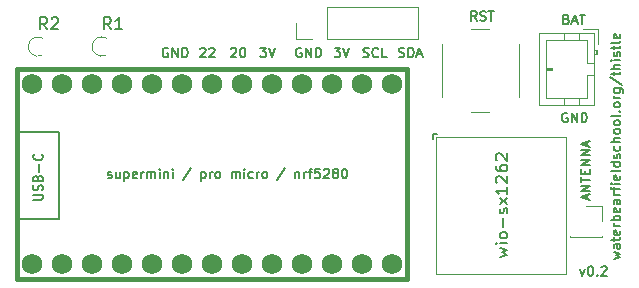
<source format=gbr>
%TF.GenerationSoftware,KiCad,Pcbnew,8.0.6-8.0.6-0~ubuntu24.04.1*%
%TF.CreationDate,2025-04-17T00:26:06-04:00*%
%TF.ProjectId,super-mini-mesh-kicad,73757065-722d-46d6-996e-692d6d657368,rev?*%
%TF.SameCoordinates,Original*%
%TF.FileFunction,Legend,Top*%
%TF.FilePolarity,Positive*%
%FSLAX46Y46*%
G04 Gerber Fmt 4.6, Leading zero omitted, Abs format (unit mm)*
G04 Created by KiCad (PCBNEW 8.0.6-8.0.6-0~ubuntu24.04.1) date 2025-04-17 00:26:06*
%MOMM*%
%LPD*%
G01*
G04 APERTURE LIST*
%ADD10C,0.150000*%
%ADD11C,0.120000*%
%ADD12C,0.381000*%
%ADD13C,0.200000*%
%ADD14C,0.127000*%
%ADD15C,1.752600*%
G04 APERTURE END LIST*
D10*
X106208207Y-33132390D02*
X106132017Y-33094295D01*
X106132017Y-33094295D02*
X106017731Y-33094295D01*
X106017731Y-33094295D02*
X105903445Y-33132390D01*
X105903445Y-33132390D02*
X105827255Y-33208580D01*
X105827255Y-33208580D02*
X105789160Y-33284771D01*
X105789160Y-33284771D02*
X105751064Y-33437152D01*
X105751064Y-33437152D02*
X105751064Y-33551438D01*
X105751064Y-33551438D02*
X105789160Y-33703819D01*
X105789160Y-33703819D02*
X105827255Y-33780009D01*
X105827255Y-33780009D02*
X105903445Y-33856200D01*
X105903445Y-33856200D02*
X106017731Y-33894295D01*
X106017731Y-33894295D02*
X106093922Y-33894295D01*
X106093922Y-33894295D02*
X106208207Y-33856200D01*
X106208207Y-33856200D02*
X106246303Y-33818104D01*
X106246303Y-33818104D02*
X106246303Y-33551438D01*
X106246303Y-33551438D02*
X106093922Y-33551438D01*
X106589160Y-33894295D02*
X106589160Y-33094295D01*
X106589160Y-33094295D02*
X107046303Y-33894295D01*
X107046303Y-33894295D02*
X107046303Y-33094295D01*
X107427255Y-33894295D02*
X107427255Y-33094295D01*
X107427255Y-33094295D02*
X107617731Y-33094295D01*
X107617731Y-33094295D02*
X107732017Y-33132390D01*
X107732017Y-33132390D02*
X107808207Y-33208580D01*
X107808207Y-33208580D02*
X107846302Y-33284771D01*
X107846302Y-33284771D02*
X107884398Y-33437152D01*
X107884398Y-33437152D02*
X107884398Y-33551438D01*
X107884398Y-33551438D02*
X107846302Y-33703819D01*
X107846302Y-33703819D02*
X107808207Y-33780009D01*
X107808207Y-33780009D02*
X107732017Y-33856200D01*
X107732017Y-33856200D02*
X107617731Y-33894295D01*
X107617731Y-33894295D02*
X107427255Y-33894295D01*
X88951064Y-28356200D02*
X89065350Y-28394295D01*
X89065350Y-28394295D02*
X89255826Y-28394295D01*
X89255826Y-28394295D02*
X89332017Y-28356200D01*
X89332017Y-28356200D02*
X89370112Y-28318104D01*
X89370112Y-28318104D02*
X89408207Y-28241914D01*
X89408207Y-28241914D02*
X89408207Y-28165723D01*
X89408207Y-28165723D02*
X89370112Y-28089533D01*
X89370112Y-28089533D02*
X89332017Y-28051438D01*
X89332017Y-28051438D02*
X89255826Y-28013342D01*
X89255826Y-28013342D02*
X89103445Y-27975247D01*
X89103445Y-27975247D02*
X89027255Y-27937152D01*
X89027255Y-27937152D02*
X88989160Y-27899057D01*
X88989160Y-27899057D02*
X88951064Y-27822866D01*
X88951064Y-27822866D02*
X88951064Y-27746676D01*
X88951064Y-27746676D02*
X88989160Y-27670485D01*
X88989160Y-27670485D02*
X89027255Y-27632390D01*
X89027255Y-27632390D02*
X89103445Y-27594295D01*
X89103445Y-27594295D02*
X89293922Y-27594295D01*
X89293922Y-27594295D02*
X89408207Y-27632390D01*
X90208208Y-28318104D02*
X90170112Y-28356200D01*
X90170112Y-28356200D02*
X90055827Y-28394295D01*
X90055827Y-28394295D02*
X89979636Y-28394295D01*
X89979636Y-28394295D02*
X89865350Y-28356200D01*
X89865350Y-28356200D02*
X89789160Y-28280009D01*
X89789160Y-28280009D02*
X89751065Y-28203819D01*
X89751065Y-28203819D02*
X89712969Y-28051438D01*
X89712969Y-28051438D02*
X89712969Y-27937152D01*
X89712969Y-27937152D02*
X89751065Y-27784771D01*
X89751065Y-27784771D02*
X89789160Y-27708580D01*
X89789160Y-27708580D02*
X89865350Y-27632390D01*
X89865350Y-27632390D02*
X89979636Y-27594295D01*
X89979636Y-27594295D02*
X90055827Y-27594295D01*
X90055827Y-27594295D02*
X90170112Y-27632390D01*
X90170112Y-27632390D02*
X90208208Y-27670485D01*
X90932017Y-28394295D02*
X90551065Y-28394295D01*
X90551065Y-28394295D02*
X90551065Y-27594295D01*
X80212969Y-27594295D02*
X80708207Y-27594295D01*
X80708207Y-27594295D02*
X80441541Y-27899057D01*
X80441541Y-27899057D02*
X80555826Y-27899057D01*
X80555826Y-27899057D02*
X80632017Y-27937152D01*
X80632017Y-27937152D02*
X80670112Y-27975247D01*
X80670112Y-27975247D02*
X80708207Y-28051438D01*
X80708207Y-28051438D02*
X80708207Y-28241914D01*
X80708207Y-28241914D02*
X80670112Y-28318104D01*
X80670112Y-28318104D02*
X80632017Y-28356200D01*
X80632017Y-28356200D02*
X80555826Y-28394295D01*
X80555826Y-28394295D02*
X80327255Y-28394295D01*
X80327255Y-28394295D02*
X80251064Y-28356200D01*
X80251064Y-28356200D02*
X80212969Y-28318104D01*
X80936779Y-27594295D02*
X81203446Y-28394295D01*
X81203446Y-28394295D02*
X81470112Y-27594295D01*
X91951064Y-28356200D02*
X92065350Y-28394295D01*
X92065350Y-28394295D02*
X92255826Y-28394295D01*
X92255826Y-28394295D02*
X92332017Y-28356200D01*
X92332017Y-28356200D02*
X92370112Y-28318104D01*
X92370112Y-28318104D02*
X92408207Y-28241914D01*
X92408207Y-28241914D02*
X92408207Y-28165723D01*
X92408207Y-28165723D02*
X92370112Y-28089533D01*
X92370112Y-28089533D02*
X92332017Y-28051438D01*
X92332017Y-28051438D02*
X92255826Y-28013342D01*
X92255826Y-28013342D02*
X92103445Y-27975247D01*
X92103445Y-27975247D02*
X92027255Y-27937152D01*
X92027255Y-27937152D02*
X91989160Y-27899057D01*
X91989160Y-27899057D02*
X91951064Y-27822866D01*
X91951064Y-27822866D02*
X91951064Y-27746676D01*
X91951064Y-27746676D02*
X91989160Y-27670485D01*
X91989160Y-27670485D02*
X92027255Y-27632390D01*
X92027255Y-27632390D02*
X92103445Y-27594295D01*
X92103445Y-27594295D02*
X92293922Y-27594295D01*
X92293922Y-27594295D02*
X92408207Y-27632390D01*
X92751065Y-28394295D02*
X92751065Y-27594295D01*
X92751065Y-27594295D02*
X92941541Y-27594295D01*
X92941541Y-27594295D02*
X93055827Y-27632390D01*
X93055827Y-27632390D02*
X93132017Y-27708580D01*
X93132017Y-27708580D02*
X93170112Y-27784771D01*
X93170112Y-27784771D02*
X93208208Y-27937152D01*
X93208208Y-27937152D02*
X93208208Y-28051438D01*
X93208208Y-28051438D02*
X93170112Y-28203819D01*
X93170112Y-28203819D02*
X93132017Y-28280009D01*
X93132017Y-28280009D02*
X93055827Y-28356200D01*
X93055827Y-28356200D02*
X92941541Y-28394295D01*
X92941541Y-28394295D02*
X92751065Y-28394295D01*
X93512969Y-28165723D02*
X93893922Y-28165723D01*
X93436779Y-28394295D02*
X93703446Y-27594295D01*
X93703446Y-27594295D02*
X93970112Y-28394295D01*
X98546303Y-25294295D02*
X98279636Y-24913342D01*
X98089160Y-25294295D02*
X98089160Y-24494295D01*
X98089160Y-24494295D02*
X98393922Y-24494295D01*
X98393922Y-24494295D02*
X98470112Y-24532390D01*
X98470112Y-24532390D02*
X98508207Y-24570485D01*
X98508207Y-24570485D02*
X98546303Y-24646676D01*
X98546303Y-24646676D02*
X98546303Y-24760961D01*
X98546303Y-24760961D02*
X98508207Y-24837152D01*
X98508207Y-24837152D02*
X98470112Y-24875247D01*
X98470112Y-24875247D02*
X98393922Y-24913342D01*
X98393922Y-24913342D02*
X98089160Y-24913342D01*
X98851064Y-25256200D02*
X98965350Y-25294295D01*
X98965350Y-25294295D02*
X99155826Y-25294295D01*
X99155826Y-25294295D02*
X99232017Y-25256200D01*
X99232017Y-25256200D02*
X99270112Y-25218104D01*
X99270112Y-25218104D02*
X99308207Y-25141914D01*
X99308207Y-25141914D02*
X99308207Y-25065723D01*
X99308207Y-25065723D02*
X99270112Y-24989533D01*
X99270112Y-24989533D02*
X99232017Y-24951438D01*
X99232017Y-24951438D02*
X99155826Y-24913342D01*
X99155826Y-24913342D02*
X99003445Y-24875247D01*
X99003445Y-24875247D02*
X98927255Y-24837152D01*
X98927255Y-24837152D02*
X98889160Y-24799057D01*
X98889160Y-24799057D02*
X98851064Y-24722866D01*
X98851064Y-24722866D02*
X98851064Y-24646676D01*
X98851064Y-24646676D02*
X98889160Y-24570485D01*
X98889160Y-24570485D02*
X98927255Y-24532390D01*
X98927255Y-24532390D02*
X99003445Y-24494295D01*
X99003445Y-24494295D02*
X99193922Y-24494295D01*
X99193922Y-24494295D02*
X99308207Y-24532390D01*
X99536779Y-24494295D02*
X99993922Y-24494295D01*
X99765350Y-25294295D02*
X99765350Y-24494295D01*
X110160961Y-45487030D02*
X110694295Y-45334649D01*
X110694295Y-45334649D02*
X110313342Y-45182268D01*
X110313342Y-45182268D02*
X110694295Y-45029887D01*
X110694295Y-45029887D02*
X110160961Y-44877506D01*
X110694295Y-44229887D02*
X110275247Y-44229887D01*
X110275247Y-44229887D02*
X110199057Y-44267982D01*
X110199057Y-44267982D02*
X110160961Y-44344173D01*
X110160961Y-44344173D02*
X110160961Y-44496554D01*
X110160961Y-44496554D02*
X110199057Y-44572744D01*
X110656200Y-44229887D02*
X110694295Y-44306078D01*
X110694295Y-44306078D02*
X110694295Y-44496554D01*
X110694295Y-44496554D02*
X110656200Y-44572744D01*
X110656200Y-44572744D02*
X110580009Y-44610840D01*
X110580009Y-44610840D02*
X110503819Y-44610840D01*
X110503819Y-44610840D02*
X110427628Y-44572744D01*
X110427628Y-44572744D02*
X110389533Y-44496554D01*
X110389533Y-44496554D02*
X110389533Y-44306078D01*
X110389533Y-44306078D02*
X110351438Y-44229887D01*
X110160961Y-43963220D02*
X110160961Y-43658458D01*
X109894295Y-43848934D02*
X110580009Y-43848934D01*
X110580009Y-43848934D02*
X110656200Y-43810839D01*
X110656200Y-43810839D02*
X110694295Y-43734649D01*
X110694295Y-43734649D02*
X110694295Y-43658458D01*
X110656200Y-43087029D02*
X110694295Y-43163220D01*
X110694295Y-43163220D02*
X110694295Y-43315601D01*
X110694295Y-43315601D02*
X110656200Y-43391791D01*
X110656200Y-43391791D02*
X110580009Y-43429887D01*
X110580009Y-43429887D02*
X110275247Y-43429887D01*
X110275247Y-43429887D02*
X110199057Y-43391791D01*
X110199057Y-43391791D02*
X110160961Y-43315601D01*
X110160961Y-43315601D02*
X110160961Y-43163220D01*
X110160961Y-43163220D02*
X110199057Y-43087029D01*
X110199057Y-43087029D02*
X110275247Y-43048934D01*
X110275247Y-43048934D02*
X110351438Y-43048934D01*
X110351438Y-43048934D02*
X110427628Y-43429887D01*
X110694295Y-42706077D02*
X110160961Y-42706077D01*
X110313342Y-42706077D02*
X110237152Y-42667982D01*
X110237152Y-42667982D02*
X110199057Y-42629887D01*
X110199057Y-42629887D02*
X110160961Y-42553696D01*
X110160961Y-42553696D02*
X110160961Y-42477506D01*
X110694295Y-42210839D02*
X109894295Y-42210839D01*
X110199057Y-42210839D02*
X110160961Y-42134649D01*
X110160961Y-42134649D02*
X110160961Y-41982268D01*
X110160961Y-41982268D02*
X110199057Y-41906077D01*
X110199057Y-41906077D02*
X110237152Y-41867982D01*
X110237152Y-41867982D02*
X110313342Y-41829887D01*
X110313342Y-41829887D02*
X110541914Y-41829887D01*
X110541914Y-41829887D02*
X110618104Y-41867982D01*
X110618104Y-41867982D02*
X110656200Y-41906077D01*
X110656200Y-41906077D02*
X110694295Y-41982268D01*
X110694295Y-41982268D02*
X110694295Y-42134649D01*
X110694295Y-42134649D02*
X110656200Y-42210839D01*
X110656200Y-41182267D02*
X110694295Y-41258458D01*
X110694295Y-41258458D02*
X110694295Y-41410839D01*
X110694295Y-41410839D02*
X110656200Y-41487029D01*
X110656200Y-41487029D02*
X110580009Y-41525125D01*
X110580009Y-41525125D02*
X110275247Y-41525125D01*
X110275247Y-41525125D02*
X110199057Y-41487029D01*
X110199057Y-41487029D02*
X110160961Y-41410839D01*
X110160961Y-41410839D02*
X110160961Y-41258458D01*
X110160961Y-41258458D02*
X110199057Y-41182267D01*
X110199057Y-41182267D02*
X110275247Y-41144172D01*
X110275247Y-41144172D02*
X110351438Y-41144172D01*
X110351438Y-41144172D02*
X110427628Y-41525125D01*
X110694295Y-40458458D02*
X110275247Y-40458458D01*
X110275247Y-40458458D02*
X110199057Y-40496553D01*
X110199057Y-40496553D02*
X110160961Y-40572744D01*
X110160961Y-40572744D02*
X110160961Y-40725125D01*
X110160961Y-40725125D02*
X110199057Y-40801315D01*
X110656200Y-40458458D02*
X110694295Y-40534649D01*
X110694295Y-40534649D02*
X110694295Y-40725125D01*
X110694295Y-40725125D02*
X110656200Y-40801315D01*
X110656200Y-40801315D02*
X110580009Y-40839411D01*
X110580009Y-40839411D02*
X110503819Y-40839411D01*
X110503819Y-40839411D02*
X110427628Y-40801315D01*
X110427628Y-40801315D02*
X110389533Y-40725125D01*
X110389533Y-40725125D02*
X110389533Y-40534649D01*
X110389533Y-40534649D02*
X110351438Y-40458458D01*
X110694295Y-40077505D02*
X110160961Y-40077505D01*
X110313342Y-40077505D02*
X110237152Y-40039410D01*
X110237152Y-40039410D02*
X110199057Y-40001315D01*
X110199057Y-40001315D02*
X110160961Y-39925124D01*
X110160961Y-39925124D02*
X110160961Y-39848934D01*
X110160961Y-39696553D02*
X110160961Y-39391791D01*
X110694295Y-39582267D02*
X110008580Y-39582267D01*
X110008580Y-39582267D02*
X109932390Y-39544172D01*
X109932390Y-39544172D02*
X109894295Y-39467982D01*
X109894295Y-39467982D02*
X109894295Y-39391791D01*
X110694295Y-39125124D02*
X110160961Y-39125124D01*
X109894295Y-39125124D02*
X109932390Y-39163220D01*
X109932390Y-39163220D02*
X109970485Y-39125124D01*
X109970485Y-39125124D02*
X109932390Y-39087029D01*
X109932390Y-39087029D02*
X109894295Y-39125124D01*
X109894295Y-39125124D02*
X109970485Y-39125124D01*
X110656200Y-38439410D02*
X110694295Y-38515601D01*
X110694295Y-38515601D02*
X110694295Y-38667982D01*
X110694295Y-38667982D02*
X110656200Y-38744172D01*
X110656200Y-38744172D02*
X110580009Y-38782268D01*
X110580009Y-38782268D02*
X110275247Y-38782268D01*
X110275247Y-38782268D02*
X110199057Y-38744172D01*
X110199057Y-38744172D02*
X110160961Y-38667982D01*
X110160961Y-38667982D02*
X110160961Y-38515601D01*
X110160961Y-38515601D02*
X110199057Y-38439410D01*
X110199057Y-38439410D02*
X110275247Y-38401315D01*
X110275247Y-38401315D02*
X110351438Y-38401315D01*
X110351438Y-38401315D02*
X110427628Y-38782268D01*
X110694295Y-37944173D02*
X110656200Y-38020363D01*
X110656200Y-38020363D02*
X110580009Y-38058458D01*
X110580009Y-38058458D02*
X109894295Y-38058458D01*
X110694295Y-37296553D02*
X109894295Y-37296553D01*
X110656200Y-37296553D02*
X110694295Y-37372744D01*
X110694295Y-37372744D02*
X110694295Y-37525125D01*
X110694295Y-37525125D02*
X110656200Y-37601315D01*
X110656200Y-37601315D02*
X110618104Y-37639410D01*
X110618104Y-37639410D02*
X110541914Y-37677506D01*
X110541914Y-37677506D02*
X110313342Y-37677506D01*
X110313342Y-37677506D02*
X110237152Y-37639410D01*
X110237152Y-37639410D02*
X110199057Y-37601315D01*
X110199057Y-37601315D02*
X110160961Y-37525125D01*
X110160961Y-37525125D02*
X110160961Y-37372744D01*
X110160961Y-37372744D02*
X110199057Y-37296553D01*
X110656200Y-36953696D02*
X110694295Y-36877505D01*
X110694295Y-36877505D02*
X110694295Y-36725124D01*
X110694295Y-36725124D02*
X110656200Y-36648934D01*
X110656200Y-36648934D02*
X110580009Y-36610838D01*
X110580009Y-36610838D02*
X110541914Y-36610838D01*
X110541914Y-36610838D02*
X110465723Y-36648934D01*
X110465723Y-36648934D02*
X110427628Y-36725124D01*
X110427628Y-36725124D02*
X110427628Y-36839410D01*
X110427628Y-36839410D02*
X110389533Y-36915600D01*
X110389533Y-36915600D02*
X110313342Y-36953696D01*
X110313342Y-36953696D02*
X110275247Y-36953696D01*
X110275247Y-36953696D02*
X110199057Y-36915600D01*
X110199057Y-36915600D02*
X110160961Y-36839410D01*
X110160961Y-36839410D02*
X110160961Y-36725124D01*
X110160961Y-36725124D02*
X110199057Y-36648934D01*
X110656200Y-35925124D02*
X110694295Y-36001315D01*
X110694295Y-36001315D02*
X110694295Y-36153696D01*
X110694295Y-36153696D02*
X110656200Y-36229886D01*
X110656200Y-36229886D02*
X110618104Y-36267981D01*
X110618104Y-36267981D02*
X110541914Y-36306077D01*
X110541914Y-36306077D02*
X110313342Y-36306077D01*
X110313342Y-36306077D02*
X110237152Y-36267981D01*
X110237152Y-36267981D02*
X110199057Y-36229886D01*
X110199057Y-36229886D02*
X110160961Y-36153696D01*
X110160961Y-36153696D02*
X110160961Y-36001315D01*
X110160961Y-36001315D02*
X110199057Y-35925124D01*
X110694295Y-35582267D02*
X109894295Y-35582267D01*
X110694295Y-35239410D02*
X110275247Y-35239410D01*
X110275247Y-35239410D02*
X110199057Y-35277505D01*
X110199057Y-35277505D02*
X110160961Y-35353696D01*
X110160961Y-35353696D02*
X110160961Y-35467982D01*
X110160961Y-35467982D02*
X110199057Y-35544172D01*
X110199057Y-35544172D02*
X110237152Y-35582267D01*
X110694295Y-34744172D02*
X110656200Y-34820362D01*
X110656200Y-34820362D02*
X110618104Y-34858457D01*
X110618104Y-34858457D02*
X110541914Y-34896553D01*
X110541914Y-34896553D02*
X110313342Y-34896553D01*
X110313342Y-34896553D02*
X110237152Y-34858457D01*
X110237152Y-34858457D02*
X110199057Y-34820362D01*
X110199057Y-34820362D02*
X110160961Y-34744172D01*
X110160961Y-34744172D02*
X110160961Y-34629886D01*
X110160961Y-34629886D02*
X110199057Y-34553695D01*
X110199057Y-34553695D02*
X110237152Y-34515600D01*
X110237152Y-34515600D02*
X110313342Y-34477505D01*
X110313342Y-34477505D02*
X110541914Y-34477505D01*
X110541914Y-34477505D02*
X110618104Y-34515600D01*
X110618104Y-34515600D02*
X110656200Y-34553695D01*
X110656200Y-34553695D02*
X110694295Y-34629886D01*
X110694295Y-34629886D02*
X110694295Y-34744172D01*
X110694295Y-34020362D02*
X110656200Y-34096552D01*
X110656200Y-34096552D02*
X110618104Y-34134647D01*
X110618104Y-34134647D02*
X110541914Y-34172743D01*
X110541914Y-34172743D02*
X110313342Y-34172743D01*
X110313342Y-34172743D02*
X110237152Y-34134647D01*
X110237152Y-34134647D02*
X110199057Y-34096552D01*
X110199057Y-34096552D02*
X110160961Y-34020362D01*
X110160961Y-34020362D02*
X110160961Y-33906076D01*
X110160961Y-33906076D02*
X110199057Y-33829885D01*
X110199057Y-33829885D02*
X110237152Y-33791790D01*
X110237152Y-33791790D02*
X110313342Y-33753695D01*
X110313342Y-33753695D02*
X110541914Y-33753695D01*
X110541914Y-33753695D02*
X110618104Y-33791790D01*
X110618104Y-33791790D02*
X110656200Y-33829885D01*
X110656200Y-33829885D02*
X110694295Y-33906076D01*
X110694295Y-33906076D02*
X110694295Y-34020362D01*
X110694295Y-33296552D02*
X110656200Y-33372742D01*
X110656200Y-33372742D02*
X110580009Y-33410837D01*
X110580009Y-33410837D02*
X109894295Y-33410837D01*
X110618104Y-32991789D02*
X110656200Y-32953694D01*
X110656200Y-32953694D02*
X110694295Y-32991789D01*
X110694295Y-32991789D02*
X110656200Y-33029885D01*
X110656200Y-33029885D02*
X110618104Y-32991789D01*
X110618104Y-32991789D02*
X110694295Y-32991789D01*
X110694295Y-32496552D02*
X110656200Y-32572742D01*
X110656200Y-32572742D02*
X110618104Y-32610837D01*
X110618104Y-32610837D02*
X110541914Y-32648933D01*
X110541914Y-32648933D02*
X110313342Y-32648933D01*
X110313342Y-32648933D02*
X110237152Y-32610837D01*
X110237152Y-32610837D02*
X110199057Y-32572742D01*
X110199057Y-32572742D02*
X110160961Y-32496552D01*
X110160961Y-32496552D02*
X110160961Y-32382266D01*
X110160961Y-32382266D02*
X110199057Y-32306075D01*
X110199057Y-32306075D02*
X110237152Y-32267980D01*
X110237152Y-32267980D02*
X110313342Y-32229885D01*
X110313342Y-32229885D02*
X110541914Y-32229885D01*
X110541914Y-32229885D02*
X110618104Y-32267980D01*
X110618104Y-32267980D02*
X110656200Y-32306075D01*
X110656200Y-32306075D02*
X110694295Y-32382266D01*
X110694295Y-32382266D02*
X110694295Y-32496552D01*
X110694295Y-31887027D02*
X110160961Y-31887027D01*
X110313342Y-31887027D02*
X110237152Y-31848932D01*
X110237152Y-31848932D02*
X110199057Y-31810837D01*
X110199057Y-31810837D02*
X110160961Y-31734646D01*
X110160961Y-31734646D02*
X110160961Y-31658456D01*
X110160961Y-31048932D02*
X110808580Y-31048932D01*
X110808580Y-31048932D02*
X110884771Y-31087027D01*
X110884771Y-31087027D02*
X110922866Y-31125123D01*
X110922866Y-31125123D02*
X110960961Y-31201313D01*
X110960961Y-31201313D02*
X110960961Y-31315599D01*
X110960961Y-31315599D02*
X110922866Y-31391789D01*
X110656200Y-31048932D02*
X110694295Y-31125123D01*
X110694295Y-31125123D02*
X110694295Y-31277504D01*
X110694295Y-31277504D02*
X110656200Y-31353694D01*
X110656200Y-31353694D02*
X110618104Y-31391789D01*
X110618104Y-31391789D02*
X110541914Y-31429885D01*
X110541914Y-31429885D02*
X110313342Y-31429885D01*
X110313342Y-31429885D02*
X110237152Y-31391789D01*
X110237152Y-31391789D02*
X110199057Y-31353694D01*
X110199057Y-31353694D02*
X110160961Y-31277504D01*
X110160961Y-31277504D02*
X110160961Y-31125123D01*
X110160961Y-31125123D02*
X110199057Y-31048932D01*
X109856200Y-30096551D02*
X110884771Y-30782265D01*
X110160961Y-29944170D02*
X110160961Y-29639408D01*
X109894295Y-29829884D02*
X110580009Y-29829884D01*
X110580009Y-29829884D02*
X110656200Y-29791789D01*
X110656200Y-29791789D02*
X110694295Y-29715599D01*
X110694295Y-29715599D02*
X110694295Y-29639408D01*
X110694295Y-29372741D02*
X109894295Y-29372741D01*
X110694295Y-29029884D02*
X110275247Y-29029884D01*
X110275247Y-29029884D02*
X110199057Y-29067979D01*
X110199057Y-29067979D02*
X110160961Y-29144170D01*
X110160961Y-29144170D02*
X110160961Y-29258456D01*
X110160961Y-29258456D02*
X110199057Y-29334646D01*
X110199057Y-29334646D02*
X110237152Y-29372741D01*
X110694295Y-28648931D02*
X110160961Y-28648931D01*
X109894295Y-28648931D02*
X109932390Y-28687027D01*
X109932390Y-28687027D02*
X109970485Y-28648931D01*
X109970485Y-28648931D02*
X109932390Y-28610836D01*
X109932390Y-28610836D02*
X109894295Y-28648931D01*
X109894295Y-28648931D02*
X109970485Y-28648931D01*
X110656200Y-28306075D02*
X110694295Y-28229884D01*
X110694295Y-28229884D02*
X110694295Y-28077503D01*
X110694295Y-28077503D02*
X110656200Y-28001313D01*
X110656200Y-28001313D02*
X110580009Y-27963217D01*
X110580009Y-27963217D02*
X110541914Y-27963217D01*
X110541914Y-27963217D02*
X110465723Y-28001313D01*
X110465723Y-28001313D02*
X110427628Y-28077503D01*
X110427628Y-28077503D02*
X110427628Y-28191789D01*
X110427628Y-28191789D02*
X110389533Y-28267979D01*
X110389533Y-28267979D02*
X110313342Y-28306075D01*
X110313342Y-28306075D02*
X110275247Y-28306075D01*
X110275247Y-28306075D02*
X110199057Y-28267979D01*
X110199057Y-28267979D02*
X110160961Y-28191789D01*
X110160961Y-28191789D02*
X110160961Y-28077503D01*
X110160961Y-28077503D02*
X110199057Y-28001313D01*
X110160961Y-27734646D02*
X110160961Y-27429884D01*
X109894295Y-27620360D02*
X110580009Y-27620360D01*
X110580009Y-27620360D02*
X110656200Y-27582265D01*
X110656200Y-27582265D02*
X110694295Y-27506075D01*
X110694295Y-27506075D02*
X110694295Y-27429884D01*
X110694295Y-27048932D02*
X110656200Y-27125122D01*
X110656200Y-27125122D02*
X110580009Y-27163217D01*
X110580009Y-27163217D02*
X109894295Y-27163217D01*
X110656200Y-26439407D02*
X110694295Y-26515598D01*
X110694295Y-26515598D02*
X110694295Y-26667979D01*
X110694295Y-26667979D02*
X110656200Y-26744169D01*
X110656200Y-26744169D02*
X110580009Y-26782265D01*
X110580009Y-26782265D02*
X110275247Y-26782265D01*
X110275247Y-26782265D02*
X110199057Y-26744169D01*
X110199057Y-26744169D02*
X110160961Y-26667979D01*
X110160961Y-26667979D02*
X110160961Y-26515598D01*
X110160961Y-26515598D02*
X110199057Y-26439407D01*
X110199057Y-26439407D02*
X110275247Y-26401312D01*
X110275247Y-26401312D02*
X110351438Y-26401312D01*
X110351438Y-26401312D02*
X110427628Y-26782265D01*
X106155826Y-25175247D02*
X106270112Y-25213342D01*
X106270112Y-25213342D02*
X106308207Y-25251438D01*
X106308207Y-25251438D02*
X106346303Y-25327628D01*
X106346303Y-25327628D02*
X106346303Y-25441914D01*
X106346303Y-25441914D02*
X106308207Y-25518104D01*
X106308207Y-25518104D02*
X106270112Y-25556200D01*
X106270112Y-25556200D02*
X106193922Y-25594295D01*
X106193922Y-25594295D02*
X105889160Y-25594295D01*
X105889160Y-25594295D02*
X105889160Y-24794295D01*
X105889160Y-24794295D02*
X106155826Y-24794295D01*
X106155826Y-24794295D02*
X106232017Y-24832390D01*
X106232017Y-24832390D02*
X106270112Y-24870485D01*
X106270112Y-24870485D02*
X106308207Y-24946676D01*
X106308207Y-24946676D02*
X106308207Y-25022866D01*
X106308207Y-25022866D02*
X106270112Y-25099057D01*
X106270112Y-25099057D02*
X106232017Y-25137152D01*
X106232017Y-25137152D02*
X106155826Y-25175247D01*
X106155826Y-25175247D02*
X105889160Y-25175247D01*
X106651064Y-25365723D02*
X107032017Y-25365723D01*
X106574874Y-25594295D02*
X106841541Y-24794295D01*
X106841541Y-24794295D02*
X107108207Y-25594295D01*
X107260588Y-24794295D02*
X107717731Y-24794295D01*
X107489159Y-25594295D02*
X107489159Y-24794295D01*
X75151064Y-27670485D02*
X75189160Y-27632390D01*
X75189160Y-27632390D02*
X75265350Y-27594295D01*
X75265350Y-27594295D02*
X75455826Y-27594295D01*
X75455826Y-27594295D02*
X75532017Y-27632390D01*
X75532017Y-27632390D02*
X75570112Y-27670485D01*
X75570112Y-27670485D02*
X75608207Y-27746676D01*
X75608207Y-27746676D02*
X75608207Y-27822866D01*
X75608207Y-27822866D02*
X75570112Y-27937152D01*
X75570112Y-27937152D02*
X75112969Y-28394295D01*
X75112969Y-28394295D02*
X75608207Y-28394295D01*
X75912969Y-27670485D02*
X75951065Y-27632390D01*
X75951065Y-27632390D02*
X76027255Y-27594295D01*
X76027255Y-27594295D02*
X76217731Y-27594295D01*
X76217731Y-27594295D02*
X76293922Y-27632390D01*
X76293922Y-27632390D02*
X76332017Y-27670485D01*
X76332017Y-27670485D02*
X76370112Y-27746676D01*
X76370112Y-27746676D02*
X76370112Y-27822866D01*
X76370112Y-27822866D02*
X76332017Y-27937152D01*
X76332017Y-27937152D02*
X75874874Y-28394295D01*
X75874874Y-28394295D02*
X76370112Y-28394295D01*
X72408207Y-27632390D02*
X72332017Y-27594295D01*
X72332017Y-27594295D02*
X72217731Y-27594295D01*
X72217731Y-27594295D02*
X72103445Y-27632390D01*
X72103445Y-27632390D02*
X72027255Y-27708580D01*
X72027255Y-27708580D02*
X71989160Y-27784771D01*
X71989160Y-27784771D02*
X71951064Y-27937152D01*
X71951064Y-27937152D02*
X71951064Y-28051438D01*
X71951064Y-28051438D02*
X71989160Y-28203819D01*
X71989160Y-28203819D02*
X72027255Y-28280009D01*
X72027255Y-28280009D02*
X72103445Y-28356200D01*
X72103445Y-28356200D02*
X72217731Y-28394295D01*
X72217731Y-28394295D02*
X72293922Y-28394295D01*
X72293922Y-28394295D02*
X72408207Y-28356200D01*
X72408207Y-28356200D02*
X72446303Y-28318104D01*
X72446303Y-28318104D02*
X72446303Y-28051438D01*
X72446303Y-28051438D02*
X72293922Y-28051438D01*
X72789160Y-28394295D02*
X72789160Y-27594295D01*
X72789160Y-27594295D02*
X73246303Y-28394295D01*
X73246303Y-28394295D02*
X73246303Y-27594295D01*
X73627255Y-28394295D02*
X73627255Y-27594295D01*
X73627255Y-27594295D02*
X73817731Y-27594295D01*
X73817731Y-27594295D02*
X73932017Y-27632390D01*
X73932017Y-27632390D02*
X74008207Y-27708580D01*
X74008207Y-27708580D02*
X74046302Y-27784771D01*
X74046302Y-27784771D02*
X74084398Y-27937152D01*
X74084398Y-27937152D02*
X74084398Y-28051438D01*
X74084398Y-28051438D02*
X74046302Y-28203819D01*
X74046302Y-28203819D02*
X74008207Y-28280009D01*
X74008207Y-28280009D02*
X73932017Y-28356200D01*
X73932017Y-28356200D02*
X73817731Y-28394295D01*
X73817731Y-28394295D02*
X73627255Y-28394295D01*
X77751064Y-27670485D02*
X77789160Y-27632390D01*
X77789160Y-27632390D02*
X77865350Y-27594295D01*
X77865350Y-27594295D02*
X78055826Y-27594295D01*
X78055826Y-27594295D02*
X78132017Y-27632390D01*
X78132017Y-27632390D02*
X78170112Y-27670485D01*
X78170112Y-27670485D02*
X78208207Y-27746676D01*
X78208207Y-27746676D02*
X78208207Y-27822866D01*
X78208207Y-27822866D02*
X78170112Y-27937152D01*
X78170112Y-27937152D02*
X77712969Y-28394295D01*
X77712969Y-28394295D02*
X78208207Y-28394295D01*
X78703446Y-27594295D02*
X78779636Y-27594295D01*
X78779636Y-27594295D02*
X78855827Y-27632390D01*
X78855827Y-27632390D02*
X78893922Y-27670485D01*
X78893922Y-27670485D02*
X78932017Y-27746676D01*
X78932017Y-27746676D02*
X78970112Y-27899057D01*
X78970112Y-27899057D02*
X78970112Y-28089533D01*
X78970112Y-28089533D02*
X78932017Y-28241914D01*
X78932017Y-28241914D02*
X78893922Y-28318104D01*
X78893922Y-28318104D02*
X78855827Y-28356200D01*
X78855827Y-28356200D02*
X78779636Y-28394295D01*
X78779636Y-28394295D02*
X78703446Y-28394295D01*
X78703446Y-28394295D02*
X78627255Y-28356200D01*
X78627255Y-28356200D02*
X78589160Y-28318104D01*
X78589160Y-28318104D02*
X78551065Y-28241914D01*
X78551065Y-28241914D02*
X78512969Y-28089533D01*
X78512969Y-28089533D02*
X78512969Y-27899057D01*
X78512969Y-27899057D02*
X78551065Y-27746676D01*
X78551065Y-27746676D02*
X78589160Y-27670485D01*
X78589160Y-27670485D02*
X78627255Y-27632390D01*
X78627255Y-27632390D02*
X78703446Y-27594295D01*
X107915723Y-40448935D02*
X107915723Y-40067982D01*
X108144295Y-40525125D02*
X107344295Y-40258458D01*
X107344295Y-40258458D02*
X108144295Y-39991792D01*
X108144295Y-39725125D02*
X107344295Y-39725125D01*
X107344295Y-39725125D02*
X108144295Y-39267982D01*
X108144295Y-39267982D02*
X107344295Y-39267982D01*
X107344295Y-39001316D02*
X107344295Y-38544173D01*
X108144295Y-38772745D02*
X107344295Y-38772745D01*
X107725247Y-38277506D02*
X107725247Y-38010840D01*
X108144295Y-37896554D02*
X108144295Y-38277506D01*
X108144295Y-38277506D02*
X107344295Y-38277506D01*
X107344295Y-38277506D02*
X107344295Y-37896554D01*
X108144295Y-37553696D02*
X107344295Y-37553696D01*
X107344295Y-37553696D02*
X108144295Y-37096553D01*
X108144295Y-37096553D02*
X107344295Y-37096553D01*
X108144295Y-36715601D02*
X107344295Y-36715601D01*
X107344295Y-36715601D02*
X108144295Y-36258458D01*
X108144295Y-36258458D02*
X107344295Y-36258458D01*
X107915723Y-35915602D02*
X107915723Y-35534649D01*
X108144295Y-35991792D02*
X107344295Y-35725125D01*
X107344295Y-35725125D02*
X108144295Y-35458459D01*
X86512969Y-27594295D02*
X87008207Y-27594295D01*
X87008207Y-27594295D02*
X86741541Y-27899057D01*
X86741541Y-27899057D02*
X86855826Y-27899057D01*
X86855826Y-27899057D02*
X86932017Y-27937152D01*
X86932017Y-27937152D02*
X86970112Y-27975247D01*
X86970112Y-27975247D02*
X87008207Y-28051438D01*
X87008207Y-28051438D02*
X87008207Y-28241914D01*
X87008207Y-28241914D02*
X86970112Y-28318104D01*
X86970112Y-28318104D02*
X86932017Y-28356200D01*
X86932017Y-28356200D02*
X86855826Y-28394295D01*
X86855826Y-28394295D02*
X86627255Y-28394295D01*
X86627255Y-28394295D02*
X86551064Y-28356200D01*
X86551064Y-28356200D02*
X86512969Y-28318104D01*
X87236779Y-27594295D02*
X87503446Y-28394295D01*
X87503446Y-28394295D02*
X87770112Y-27594295D01*
X83708207Y-27632390D02*
X83632017Y-27594295D01*
X83632017Y-27594295D02*
X83517731Y-27594295D01*
X83517731Y-27594295D02*
X83403445Y-27632390D01*
X83403445Y-27632390D02*
X83327255Y-27708580D01*
X83327255Y-27708580D02*
X83289160Y-27784771D01*
X83289160Y-27784771D02*
X83251064Y-27937152D01*
X83251064Y-27937152D02*
X83251064Y-28051438D01*
X83251064Y-28051438D02*
X83289160Y-28203819D01*
X83289160Y-28203819D02*
X83327255Y-28280009D01*
X83327255Y-28280009D02*
X83403445Y-28356200D01*
X83403445Y-28356200D02*
X83517731Y-28394295D01*
X83517731Y-28394295D02*
X83593922Y-28394295D01*
X83593922Y-28394295D02*
X83708207Y-28356200D01*
X83708207Y-28356200D02*
X83746303Y-28318104D01*
X83746303Y-28318104D02*
X83746303Y-28051438D01*
X83746303Y-28051438D02*
X83593922Y-28051438D01*
X84089160Y-28394295D02*
X84089160Y-27594295D01*
X84089160Y-27594295D02*
X84546303Y-28394295D01*
X84546303Y-28394295D02*
X84546303Y-27594295D01*
X84927255Y-28394295D02*
X84927255Y-27594295D01*
X84927255Y-27594295D02*
X85117731Y-27594295D01*
X85117731Y-27594295D02*
X85232017Y-27632390D01*
X85232017Y-27632390D02*
X85308207Y-27708580D01*
X85308207Y-27708580D02*
X85346302Y-27784771D01*
X85346302Y-27784771D02*
X85384398Y-27937152D01*
X85384398Y-27937152D02*
X85384398Y-28051438D01*
X85384398Y-28051438D02*
X85346302Y-28203819D01*
X85346302Y-28203819D02*
X85308207Y-28280009D01*
X85308207Y-28280009D02*
X85232017Y-28356200D01*
X85232017Y-28356200D02*
X85117731Y-28394295D01*
X85117731Y-28394295D02*
X84927255Y-28394295D01*
X107312969Y-46360961D02*
X107503445Y-46894295D01*
X107503445Y-46894295D02*
X107693922Y-46360961D01*
X108151065Y-46094295D02*
X108227255Y-46094295D01*
X108227255Y-46094295D02*
X108303446Y-46132390D01*
X108303446Y-46132390D02*
X108341541Y-46170485D01*
X108341541Y-46170485D02*
X108379636Y-46246676D01*
X108379636Y-46246676D02*
X108417731Y-46399057D01*
X108417731Y-46399057D02*
X108417731Y-46589533D01*
X108417731Y-46589533D02*
X108379636Y-46741914D01*
X108379636Y-46741914D02*
X108341541Y-46818104D01*
X108341541Y-46818104D02*
X108303446Y-46856200D01*
X108303446Y-46856200D02*
X108227255Y-46894295D01*
X108227255Y-46894295D02*
X108151065Y-46894295D01*
X108151065Y-46894295D02*
X108074874Y-46856200D01*
X108074874Y-46856200D02*
X108036779Y-46818104D01*
X108036779Y-46818104D02*
X107998684Y-46741914D01*
X107998684Y-46741914D02*
X107960588Y-46589533D01*
X107960588Y-46589533D02*
X107960588Y-46399057D01*
X107960588Y-46399057D02*
X107998684Y-46246676D01*
X107998684Y-46246676D02*
X108036779Y-46170485D01*
X108036779Y-46170485D02*
X108074874Y-46132390D01*
X108074874Y-46132390D02*
X108151065Y-46094295D01*
X108760589Y-46818104D02*
X108798684Y-46856200D01*
X108798684Y-46856200D02*
X108760589Y-46894295D01*
X108760589Y-46894295D02*
X108722493Y-46856200D01*
X108722493Y-46856200D02*
X108760589Y-46818104D01*
X108760589Y-46818104D02*
X108760589Y-46894295D01*
X109103445Y-46170485D02*
X109141541Y-46132390D01*
X109141541Y-46132390D02*
X109217731Y-46094295D01*
X109217731Y-46094295D02*
X109408207Y-46094295D01*
X109408207Y-46094295D02*
X109484398Y-46132390D01*
X109484398Y-46132390D02*
X109522493Y-46170485D01*
X109522493Y-46170485D02*
X109560588Y-46246676D01*
X109560588Y-46246676D02*
X109560588Y-46322866D01*
X109560588Y-46322866D02*
X109522493Y-46437152D01*
X109522493Y-46437152D02*
X109065350Y-46894295D01*
X109065350Y-46894295D02*
X109560588Y-46894295D01*
X67316664Y-38604200D02*
X67392855Y-38642295D01*
X67392855Y-38642295D02*
X67545236Y-38642295D01*
X67545236Y-38642295D02*
X67621426Y-38604200D01*
X67621426Y-38604200D02*
X67659522Y-38528009D01*
X67659522Y-38528009D02*
X67659522Y-38489914D01*
X67659522Y-38489914D02*
X67621426Y-38413723D01*
X67621426Y-38413723D02*
X67545236Y-38375628D01*
X67545236Y-38375628D02*
X67430950Y-38375628D01*
X67430950Y-38375628D02*
X67354760Y-38337533D01*
X67354760Y-38337533D02*
X67316664Y-38261342D01*
X67316664Y-38261342D02*
X67316664Y-38223247D01*
X67316664Y-38223247D02*
X67354760Y-38147057D01*
X67354760Y-38147057D02*
X67430950Y-38108961D01*
X67430950Y-38108961D02*
X67545236Y-38108961D01*
X67545236Y-38108961D02*
X67621426Y-38147057D01*
X68345236Y-38108961D02*
X68345236Y-38642295D01*
X68002379Y-38108961D02*
X68002379Y-38528009D01*
X68002379Y-38528009D02*
X68040474Y-38604200D01*
X68040474Y-38604200D02*
X68116664Y-38642295D01*
X68116664Y-38642295D02*
X68230950Y-38642295D01*
X68230950Y-38642295D02*
X68307141Y-38604200D01*
X68307141Y-38604200D02*
X68345236Y-38566104D01*
X68726189Y-38108961D02*
X68726189Y-38908961D01*
X68726189Y-38147057D02*
X68802379Y-38108961D01*
X68802379Y-38108961D02*
X68954760Y-38108961D01*
X68954760Y-38108961D02*
X69030951Y-38147057D01*
X69030951Y-38147057D02*
X69069046Y-38185152D01*
X69069046Y-38185152D02*
X69107141Y-38261342D01*
X69107141Y-38261342D02*
X69107141Y-38489914D01*
X69107141Y-38489914D02*
X69069046Y-38566104D01*
X69069046Y-38566104D02*
X69030951Y-38604200D01*
X69030951Y-38604200D02*
X68954760Y-38642295D01*
X68954760Y-38642295D02*
X68802379Y-38642295D01*
X68802379Y-38642295D02*
X68726189Y-38604200D01*
X69754761Y-38604200D02*
X69678570Y-38642295D01*
X69678570Y-38642295D02*
X69526189Y-38642295D01*
X69526189Y-38642295D02*
X69449999Y-38604200D01*
X69449999Y-38604200D02*
X69411903Y-38528009D01*
X69411903Y-38528009D02*
X69411903Y-38223247D01*
X69411903Y-38223247D02*
X69449999Y-38147057D01*
X69449999Y-38147057D02*
X69526189Y-38108961D01*
X69526189Y-38108961D02*
X69678570Y-38108961D01*
X69678570Y-38108961D02*
X69754761Y-38147057D01*
X69754761Y-38147057D02*
X69792856Y-38223247D01*
X69792856Y-38223247D02*
X69792856Y-38299438D01*
X69792856Y-38299438D02*
X69411903Y-38375628D01*
X70135713Y-38642295D02*
X70135713Y-38108961D01*
X70135713Y-38261342D02*
X70173808Y-38185152D01*
X70173808Y-38185152D02*
X70211903Y-38147057D01*
X70211903Y-38147057D02*
X70288094Y-38108961D01*
X70288094Y-38108961D02*
X70364284Y-38108961D01*
X70630951Y-38642295D02*
X70630951Y-38108961D01*
X70630951Y-38185152D02*
X70669046Y-38147057D01*
X70669046Y-38147057D02*
X70745236Y-38108961D01*
X70745236Y-38108961D02*
X70859522Y-38108961D01*
X70859522Y-38108961D02*
X70935713Y-38147057D01*
X70935713Y-38147057D02*
X70973808Y-38223247D01*
X70973808Y-38223247D02*
X70973808Y-38642295D01*
X70973808Y-38223247D02*
X71011903Y-38147057D01*
X71011903Y-38147057D02*
X71088094Y-38108961D01*
X71088094Y-38108961D02*
X71202379Y-38108961D01*
X71202379Y-38108961D02*
X71278570Y-38147057D01*
X71278570Y-38147057D02*
X71316665Y-38223247D01*
X71316665Y-38223247D02*
X71316665Y-38642295D01*
X71697618Y-38642295D02*
X71697618Y-38108961D01*
X71697618Y-37842295D02*
X71659522Y-37880390D01*
X71659522Y-37880390D02*
X71697618Y-37918485D01*
X71697618Y-37918485D02*
X71735713Y-37880390D01*
X71735713Y-37880390D02*
X71697618Y-37842295D01*
X71697618Y-37842295D02*
X71697618Y-37918485D01*
X72078570Y-38108961D02*
X72078570Y-38642295D01*
X72078570Y-38185152D02*
X72116665Y-38147057D01*
X72116665Y-38147057D02*
X72192855Y-38108961D01*
X72192855Y-38108961D02*
X72307141Y-38108961D01*
X72307141Y-38108961D02*
X72383332Y-38147057D01*
X72383332Y-38147057D02*
X72421427Y-38223247D01*
X72421427Y-38223247D02*
X72421427Y-38642295D01*
X72802380Y-38642295D02*
X72802380Y-38108961D01*
X72802380Y-37842295D02*
X72764284Y-37880390D01*
X72764284Y-37880390D02*
X72802380Y-37918485D01*
X72802380Y-37918485D02*
X72840475Y-37880390D01*
X72840475Y-37880390D02*
X72802380Y-37842295D01*
X72802380Y-37842295D02*
X72802380Y-37918485D01*
X74364284Y-37804200D02*
X73678570Y-38832771D01*
X75240475Y-38108961D02*
X75240475Y-38908961D01*
X75240475Y-38147057D02*
X75316665Y-38108961D01*
X75316665Y-38108961D02*
X75469046Y-38108961D01*
X75469046Y-38108961D02*
X75545237Y-38147057D01*
X75545237Y-38147057D02*
X75583332Y-38185152D01*
X75583332Y-38185152D02*
X75621427Y-38261342D01*
X75621427Y-38261342D02*
X75621427Y-38489914D01*
X75621427Y-38489914D02*
X75583332Y-38566104D01*
X75583332Y-38566104D02*
X75545237Y-38604200D01*
X75545237Y-38604200D02*
X75469046Y-38642295D01*
X75469046Y-38642295D02*
X75316665Y-38642295D01*
X75316665Y-38642295D02*
X75240475Y-38604200D01*
X75964285Y-38642295D02*
X75964285Y-38108961D01*
X75964285Y-38261342D02*
X76002380Y-38185152D01*
X76002380Y-38185152D02*
X76040475Y-38147057D01*
X76040475Y-38147057D02*
X76116666Y-38108961D01*
X76116666Y-38108961D02*
X76192856Y-38108961D01*
X76573808Y-38642295D02*
X76497618Y-38604200D01*
X76497618Y-38604200D02*
X76459523Y-38566104D01*
X76459523Y-38566104D02*
X76421427Y-38489914D01*
X76421427Y-38489914D02*
X76421427Y-38261342D01*
X76421427Y-38261342D02*
X76459523Y-38185152D01*
X76459523Y-38185152D02*
X76497618Y-38147057D01*
X76497618Y-38147057D02*
X76573808Y-38108961D01*
X76573808Y-38108961D02*
X76688094Y-38108961D01*
X76688094Y-38108961D02*
X76764285Y-38147057D01*
X76764285Y-38147057D02*
X76802380Y-38185152D01*
X76802380Y-38185152D02*
X76840475Y-38261342D01*
X76840475Y-38261342D02*
X76840475Y-38489914D01*
X76840475Y-38489914D02*
X76802380Y-38566104D01*
X76802380Y-38566104D02*
X76764285Y-38604200D01*
X76764285Y-38604200D02*
X76688094Y-38642295D01*
X76688094Y-38642295D02*
X76573808Y-38642295D01*
X77792857Y-38642295D02*
X77792857Y-38108961D01*
X77792857Y-38185152D02*
X77830952Y-38147057D01*
X77830952Y-38147057D02*
X77907142Y-38108961D01*
X77907142Y-38108961D02*
X78021428Y-38108961D01*
X78021428Y-38108961D02*
X78097619Y-38147057D01*
X78097619Y-38147057D02*
X78135714Y-38223247D01*
X78135714Y-38223247D02*
X78135714Y-38642295D01*
X78135714Y-38223247D02*
X78173809Y-38147057D01*
X78173809Y-38147057D02*
X78250000Y-38108961D01*
X78250000Y-38108961D02*
X78364285Y-38108961D01*
X78364285Y-38108961D02*
X78440476Y-38147057D01*
X78440476Y-38147057D02*
X78478571Y-38223247D01*
X78478571Y-38223247D02*
X78478571Y-38642295D01*
X78859524Y-38642295D02*
X78859524Y-38108961D01*
X78859524Y-37842295D02*
X78821428Y-37880390D01*
X78821428Y-37880390D02*
X78859524Y-37918485D01*
X78859524Y-37918485D02*
X78897619Y-37880390D01*
X78897619Y-37880390D02*
X78859524Y-37842295D01*
X78859524Y-37842295D02*
X78859524Y-37918485D01*
X79583333Y-38604200D02*
X79507142Y-38642295D01*
X79507142Y-38642295D02*
X79354761Y-38642295D01*
X79354761Y-38642295D02*
X79278571Y-38604200D01*
X79278571Y-38604200D02*
X79240476Y-38566104D01*
X79240476Y-38566104D02*
X79202380Y-38489914D01*
X79202380Y-38489914D02*
X79202380Y-38261342D01*
X79202380Y-38261342D02*
X79240476Y-38185152D01*
X79240476Y-38185152D02*
X79278571Y-38147057D01*
X79278571Y-38147057D02*
X79354761Y-38108961D01*
X79354761Y-38108961D02*
X79507142Y-38108961D01*
X79507142Y-38108961D02*
X79583333Y-38147057D01*
X79926190Y-38642295D02*
X79926190Y-38108961D01*
X79926190Y-38261342D02*
X79964285Y-38185152D01*
X79964285Y-38185152D02*
X80002380Y-38147057D01*
X80002380Y-38147057D02*
X80078571Y-38108961D01*
X80078571Y-38108961D02*
X80154761Y-38108961D01*
X80535713Y-38642295D02*
X80459523Y-38604200D01*
X80459523Y-38604200D02*
X80421428Y-38566104D01*
X80421428Y-38566104D02*
X80383332Y-38489914D01*
X80383332Y-38489914D02*
X80383332Y-38261342D01*
X80383332Y-38261342D02*
X80421428Y-38185152D01*
X80421428Y-38185152D02*
X80459523Y-38147057D01*
X80459523Y-38147057D02*
X80535713Y-38108961D01*
X80535713Y-38108961D02*
X80649999Y-38108961D01*
X80649999Y-38108961D02*
X80726190Y-38147057D01*
X80726190Y-38147057D02*
X80764285Y-38185152D01*
X80764285Y-38185152D02*
X80802380Y-38261342D01*
X80802380Y-38261342D02*
X80802380Y-38489914D01*
X80802380Y-38489914D02*
X80764285Y-38566104D01*
X80764285Y-38566104D02*
X80726190Y-38604200D01*
X80726190Y-38604200D02*
X80649999Y-38642295D01*
X80649999Y-38642295D02*
X80535713Y-38642295D01*
X82326190Y-37804200D02*
X81640476Y-38832771D01*
X83202381Y-38108961D02*
X83202381Y-38642295D01*
X83202381Y-38185152D02*
X83240476Y-38147057D01*
X83240476Y-38147057D02*
X83316666Y-38108961D01*
X83316666Y-38108961D02*
X83430952Y-38108961D01*
X83430952Y-38108961D02*
X83507143Y-38147057D01*
X83507143Y-38147057D02*
X83545238Y-38223247D01*
X83545238Y-38223247D02*
X83545238Y-38642295D01*
X83926191Y-38642295D02*
X83926191Y-38108961D01*
X83926191Y-38261342D02*
X83964286Y-38185152D01*
X83964286Y-38185152D02*
X84002381Y-38147057D01*
X84002381Y-38147057D02*
X84078572Y-38108961D01*
X84078572Y-38108961D02*
X84154762Y-38108961D01*
X84307143Y-38108961D02*
X84611905Y-38108961D01*
X84421429Y-38642295D02*
X84421429Y-37956580D01*
X84421429Y-37956580D02*
X84459524Y-37880390D01*
X84459524Y-37880390D02*
X84535714Y-37842295D01*
X84535714Y-37842295D02*
X84611905Y-37842295D01*
X85259524Y-37842295D02*
X84878572Y-37842295D01*
X84878572Y-37842295D02*
X84840476Y-38223247D01*
X84840476Y-38223247D02*
X84878572Y-38185152D01*
X84878572Y-38185152D02*
X84954762Y-38147057D01*
X84954762Y-38147057D02*
X85145238Y-38147057D01*
X85145238Y-38147057D02*
X85221429Y-38185152D01*
X85221429Y-38185152D02*
X85259524Y-38223247D01*
X85259524Y-38223247D02*
X85297619Y-38299438D01*
X85297619Y-38299438D02*
X85297619Y-38489914D01*
X85297619Y-38489914D02*
X85259524Y-38566104D01*
X85259524Y-38566104D02*
X85221429Y-38604200D01*
X85221429Y-38604200D02*
X85145238Y-38642295D01*
X85145238Y-38642295D02*
X84954762Y-38642295D01*
X84954762Y-38642295D02*
X84878572Y-38604200D01*
X84878572Y-38604200D02*
X84840476Y-38566104D01*
X85602381Y-37918485D02*
X85640477Y-37880390D01*
X85640477Y-37880390D02*
X85716667Y-37842295D01*
X85716667Y-37842295D02*
X85907143Y-37842295D01*
X85907143Y-37842295D02*
X85983334Y-37880390D01*
X85983334Y-37880390D02*
X86021429Y-37918485D01*
X86021429Y-37918485D02*
X86059524Y-37994676D01*
X86059524Y-37994676D02*
X86059524Y-38070866D01*
X86059524Y-38070866D02*
X86021429Y-38185152D01*
X86021429Y-38185152D02*
X85564286Y-38642295D01*
X85564286Y-38642295D02*
X86059524Y-38642295D01*
X86516667Y-38185152D02*
X86440477Y-38147057D01*
X86440477Y-38147057D02*
X86402382Y-38108961D01*
X86402382Y-38108961D02*
X86364286Y-38032771D01*
X86364286Y-38032771D02*
X86364286Y-37994676D01*
X86364286Y-37994676D02*
X86402382Y-37918485D01*
X86402382Y-37918485D02*
X86440477Y-37880390D01*
X86440477Y-37880390D02*
X86516667Y-37842295D01*
X86516667Y-37842295D02*
X86669048Y-37842295D01*
X86669048Y-37842295D02*
X86745239Y-37880390D01*
X86745239Y-37880390D02*
X86783334Y-37918485D01*
X86783334Y-37918485D02*
X86821429Y-37994676D01*
X86821429Y-37994676D02*
X86821429Y-38032771D01*
X86821429Y-38032771D02*
X86783334Y-38108961D01*
X86783334Y-38108961D02*
X86745239Y-38147057D01*
X86745239Y-38147057D02*
X86669048Y-38185152D01*
X86669048Y-38185152D02*
X86516667Y-38185152D01*
X86516667Y-38185152D02*
X86440477Y-38223247D01*
X86440477Y-38223247D02*
X86402382Y-38261342D01*
X86402382Y-38261342D02*
X86364286Y-38337533D01*
X86364286Y-38337533D02*
X86364286Y-38489914D01*
X86364286Y-38489914D02*
X86402382Y-38566104D01*
X86402382Y-38566104D02*
X86440477Y-38604200D01*
X86440477Y-38604200D02*
X86516667Y-38642295D01*
X86516667Y-38642295D02*
X86669048Y-38642295D01*
X86669048Y-38642295D02*
X86745239Y-38604200D01*
X86745239Y-38604200D02*
X86783334Y-38566104D01*
X86783334Y-38566104D02*
X86821429Y-38489914D01*
X86821429Y-38489914D02*
X86821429Y-38337533D01*
X86821429Y-38337533D02*
X86783334Y-38261342D01*
X86783334Y-38261342D02*
X86745239Y-38223247D01*
X86745239Y-38223247D02*
X86669048Y-38185152D01*
X87316668Y-37842295D02*
X87392858Y-37842295D01*
X87392858Y-37842295D02*
X87469049Y-37880390D01*
X87469049Y-37880390D02*
X87507144Y-37918485D01*
X87507144Y-37918485D02*
X87545239Y-37994676D01*
X87545239Y-37994676D02*
X87583334Y-38147057D01*
X87583334Y-38147057D02*
X87583334Y-38337533D01*
X87583334Y-38337533D02*
X87545239Y-38489914D01*
X87545239Y-38489914D02*
X87507144Y-38566104D01*
X87507144Y-38566104D02*
X87469049Y-38604200D01*
X87469049Y-38604200D02*
X87392858Y-38642295D01*
X87392858Y-38642295D02*
X87316668Y-38642295D01*
X87316668Y-38642295D02*
X87240477Y-38604200D01*
X87240477Y-38604200D02*
X87202382Y-38566104D01*
X87202382Y-38566104D02*
X87164287Y-38489914D01*
X87164287Y-38489914D02*
X87126191Y-38337533D01*
X87126191Y-38337533D02*
X87126191Y-38147057D01*
X87126191Y-38147057D02*
X87164287Y-37994676D01*
X87164287Y-37994676D02*
X87202382Y-37918485D01*
X87202382Y-37918485D02*
X87240477Y-37880390D01*
X87240477Y-37880390D02*
X87316668Y-37842295D01*
X61012295Y-40484761D02*
X61659914Y-40484761D01*
X61659914Y-40484761D02*
X61736104Y-40446666D01*
X61736104Y-40446666D02*
X61774200Y-40408571D01*
X61774200Y-40408571D02*
X61812295Y-40332380D01*
X61812295Y-40332380D02*
X61812295Y-40179999D01*
X61812295Y-40179999D02*
X61774200Y-40103809D01*
X61774200Y-40103809D02*
X61736104Y-40065714D01*
X61736104Y-40065714D02*
X61659914Y-40027618D01*
X61659914Y-40027618D02*
X61012295Y-40027618D01*
X61774200Y-39684762D02*
X61812295Y-39570476D01*
X61812295Y-39570476D02*
X61812295Y-39380000D01*
X61812295Y-39380000D02*
X61774200Y-39303809D01*
X61774200Y-39303809D02*
X61736104Y-39265714D01*
X61736104Y-39265714D02*
X61659914Y-39227619D01*
X61659914Y-39227619D02*
X61583723Y-39227619D01*
X61583723Y-39227619D02*
X61507533Y-39265714D01*
X61507533Y-39265714D02*
X61469438Y-39303809D01*
X61469438Y-39303809D02*
X61431342Y-39380000D01*
X61431342Y-39380000D02*
X61393247Y-39532381D01*
X61393247Y-39532381D02*
X61355152Y-39608571D01*
X61355152Y-39608571D02*
X61317057Y-39646666D01*
X61317057Y-39646666D02*
X61240866Y-39684762D01*
X61240866Y-39684762D02*
X61164676Y-39684762D01*
X61164676Y-39684762D02*
X61088485Y-39646666D01*
X61088485Y-39646666D02*
X61050390Y-39608571D01*
X61050390Y-39608571D02*
X61012295Y-39532381D01*
X61012295Y-39532381D02*
X61012295Y-39341904D01*
X61012295Y-39341904D02*
X61050390Y-39227619D01*
X61393247Y-38618095D02*
X61431342Y-38503809D01*
X61431342Y-38503809D02*
X61469438Y-38465714D01*
X61469438Y-38465714D02*
X61545628Y-38427618D01*
X61545628Y-38427618D02*
X61659914Y-38427618D01*
X61659914Y-38427618D02*
X61736104Y-38465714D01*
X61736104Y-38465714D02*
X61774200Y-38503809D01*
X61774200Y-38503809D02*
X61812295Y-38579999D01*
X61812295Y-38579999D02*
X61812295Y-38884761D01*
X61812295Y-38884761D02*
X61012295Y-38884761D01*
X61012295Y-38884761D02*
X61012295Y-38618095D01*
X61012295Y-38618095D02*
X61050390Y-38541904D01*
X61050390Y-38541904D02*
X61088485Y-38503809D01*
X61088485Y-38503809D02*
X61164676Y-38465714D01*
X61164676Y-38465714D02*
X61240866Y-38465714D01*
X61240866Y-38465714D02*
X61317057Y-38503809D01*
X61317057Y-38503809D02*
X61355152Y-38541904D01*
X61355152Y-38541904D02*
X61393247Y-38618095D01*
X61393247Y-38618095D02*
X61393247Y-38884761D01*
X61507533Y-38084761D02*
X61507533Y-37475238D01*
X61736104Y-36637142D02*
X61774200Y-36675238D01*
X61774200Y-36675238D02*
X61812295Y-36789523D01*
X61812295Y-36789523D02*
X61812295Y-36865714D01*
X61812295Y-36865714D02*
X61774200Y-36980000D01*
X61774200Y-36980000D02*
X61698009Y-37056190D01*
X61698009Y-37056190D02*
X61621819Y-37094285D01*
X61621819Y-37094285D02*
X61469438Y-37132381D01*
X61469438Y-37132381D02*
X61355152Y-37132381D01*
X61355152Y-37132381D02*
X61202771Y-37094285D01*
X61202771Y-37094285D02*
X61126580Y-37056190D01*
X61126580Y-37056190D02*
X61050390Y-36980000D01*
X61050390Y-36980000D02*
X61012295Y-36865714D01*
X61012295Y-36865714D02*
X61012295Y-36789523D01*
X61012295Y-36789523D02*
X61050390Y-36675238D01*
X61050390Y-36675238D02*
X61088485Y-36637142D01*
X67578333Y-26034819D02*
X67245000Y-25558628D01*
X67006905Y-26034819D02*
X67006905Y-25034819D01*
X67006905Y-25034819D02*
X67387857Y-25034819D01*
X67387857Y-25034819D02*
X67483095Y-25082438D01*
X67483095Y-25082438D02*
X67530714Y-25130057D01*
X67530714Y-25130057D02*
X67578333Y-25225295D01*
X67578333Y-25225295D02*
X67578333Y-25368152D01*
X67578333Y-25368152D02*
X67530714Y-25463390D01*
X67530714Y-25463390D02*
X67483095Y-25511009D01*
X67483095Y-25511009D02*
X67387857Y-25558628D01*
X67387857Y-25558628D02*
X67006905Y-25558628D01*
X68530714Y-26034819D02*
X67959286Y-26034819D01*
X68245000Y-26034819D02*
X68245000Y-25034819D01*
X68245000Y-25034819D02*
X68149762Y-25177676D01*
X68149762Y-25177676D02*
X68054524Y-25272914D01*
X68054524Y-25272914D02*
X67959286Y-25320533D01*
X62178333Y-26034819D02*
X61845000Y-25558628D01*
X61606905Y-26034819D02*
X61606905Y-25034819D01*
X61606905Y-25034819D02*
X61987857Y-25034819D01*
X61987857Y-25034819D02*
X62083095Y-25082438D01*
X62083095Y-25082438D02*
X62130714Y-25130057D01*
X62130714Y-25130057D02*
X62178333Y-25225295D01*
X62178333Y-25225295D02*
X62178333Y-25368152D01*
X62178333Y-25368152D02*
X62130714Y-25463390D01*
X62130714Y-25463390D02*
X62083095Y-25511009D01*
X62083095Y-25511009D02*
X61987857Y-25558628D01*
X61987857Y-25558628D02*
X61606905Y-25558628D01*
X62559286Y-25130057D02*
X62606905Y-25082438D01*
X62606905Y-25082438D02*
X62702143Y-25034819D01*
X62702143Y-25034819D02*
X62940238Y-25034819D01*
X62940238Y-25034819D02*
X63035476Y-25082438D01*
X63035476Y-25082438D02*
X63083095Y-25130057D01*
X63083095Y-25130057D02*
X63130714Y-25225295D01*
X63130714Y-25225295D02*
X63130714Y-25320533D01*
X63130714Y-25320533D02*
X63083095Y-25463390D01*
X63083095Y-25463390D02*
X62511667Y-26034819D01*
X62511667Y-26034819D02*
X63130714Y-26034819D01*
X100488152Y-45314761D02*
X101154819Y-45124285D01*
X101154819Y-45124285D02*
X100678628Y-44933809D01*
X100678628Y-44933809D02*
X101154819Y-44743333D01*
X101154819Y-44743333D02*
X100488152Y-44552857D01*
X101154819Y-44171904D02*
X100488152Y-44171904D01*
X100154819Y-44171904D02*
X100202438Y-44219523D01*
X100202438Y-44219523D02*
X100250057Y-44171904D01*
X100250057Y-44171904D02*
X100202438Y-44124285D01*
X100202438Y-44124285D02*
X100154819Y-44171904D01*
X100154819Y-44171904D02*
X100250057Y-44171904D01*
X101154819Y-43552857D02*
X101107200Y-43648095D01*
X101107200Y-43648095D02*
X101059580Y-43695714D01*
X101059580Y-43695714D02*
X100964342Y-43743333D01*
X100964342Y-43743333D02*
X100678628Y-43743333D01*
X100678628Y-43743333D02*
X100583390Y-43695714D01*
X100583390Y-43695714D02*
X100535771Y-43648095D01*
X100535771Y-43648095D02*
X100488152Y-43552857D01*
X100488152Y-43552857D02*
X100488152Y-43410000D01*
X100488152Y-43410000D02*
X100535771Y-43314762D01*
X100535771Y-43314762D02*
X100583390Y-43267143D01*
X100583390Y-43267143D02*
X100678628Y-43219524D01*
X100678628Y-43219524D02*
X100964342Y-43219524D01*
X100964342Y-43219524D02*
X101059580Y-43267143D01*
X101059580Y-43267143D02*
X101107200Y-43314762D01*
X101107200Y-43314762D02*
X101154819Y-43410000D01*
X101154819Y-43410000D02*
X101154819Y-43552857D01*
X100773866Y-42790952D02*
X100773866Y-42029048D01*
X101107200Y-41600476D02*
X101154819Y-41505238D01*
X101154819Y-41505238D02*
X101154819Y-41314762D01*
X101154819Y-41314762D02*
X101107200Y-41219524D01*
X101107200Y-41219524D02*
X101011961Y-41171905D01*
X101011961Y-41171905D02*
X100964342Y-41171905D01*
X100964342Y-41171905D02*
X100869104Y-41219524D01*
X100869104Y-41219524D02*
X100821485Y-41314762D01*
X100821485Y-41314762D02*
X100821485Y-41457619D01*
X100821485Y-41457619D02*
X100773866Y-41552857D01*
X100773866Y-41552857D02*
X100678628Y-41600476D01*
X100678628Y-41600476D02*
X100631009Y-41600476D01*
X100631009Y-41600476D02*
X100535771Y-41552857D01*
X100535771Y-41552857D02*
X100488152Y-41457619D01*
X100488152Y-41457619D02*
X100488152Y-41314762D01*
X100488152Y-41314762D02*
X100535771Y-41219524D01*
X101154819Y-40838571D02*
X100488152Y-40314762D01*
X100488152Y-40838571D02*
X101154819Y-40314762D01*
X101154819Y-39410000D02*
X101154819Y-39981428D01*
X101154819Y-39695714D02*
X100154819Y-39695714D01*
X100154819Y-39695714D02*
X100297676Y-39790952D01*
X100297676Y-39790952D02*
X100392914Y-39886190D01*
X100392914Y-39886190D02*
X100440533Y-39981428D01*
X100250057Y-39029047D02*
X100202438Y-38981428D01*
X100202438Y-38981428D02*
X100154819Y-38886190D01*
X100154819Y-38886190D02*
X100154819Y-38648095D01*
X100154819Y-38648095D02*
X100202438Y-38552857D01*
X100202438Y-38552857D02*
X100250057Y-38505238D01*
X100250057Y-38505238D02*
X100345295Y-38457619D01*
X100345295Y-38457619D02*
X100440533Y-38457619D01*
X100440533Y-38457619D02*
X100583390Y-38505238D01*
X100583390Y-38505238D02*
X101154819Y-39076666D01*
X101154819Y-39076666D02*
X101154819Y-38457619D01*
X100154819Y-37600476D02*
X100154819Y-37790952D01*
X100154819Y-37790952D02*
X100202438Y-37886190D01*
X100202438Y-37886190D02*
X100250057Y-37933809D01*
X100250057Y-37933809D02*
X100392914Y-38029047D01*
X100392914Y-38029047D02*
X100583390Y-38076666D01*
X100583390Y-38076666D02*
X100964342Y-38076666D01*
X100964342Y-38076666D02*
X101059580Y-38029047D01*
X101059580Y-38029047D02*
X101107200Y-37981428D01*
X101107200Y-37981428D02*
X101154819Y-37886190D01*
X101154819Y-37886190D02*
X101154819Y-37695714D01*
X101154819Y-37695714D02*
X101107200Y-37600476D01*
X101107200Y-37600476D02*
X101059580Y-37552857D01*
X101059580Y-37552857D02*
X100964342Y-37505238D01*
X100964342Y-37505238D02*
X100726247Y-37505238D01*
X100726247Y-37505238D02*
X100631009Y-37552857D01*
X100631009Y-37552857D02*
X100583390Y-37600476D01*
X100583390Y-37600476D02*
X100535771Y-37695714D01*
X100535771Y-37695714D02*
X100535771Y-37886190D01*
X100535771Y-37886190D02*
X100583390Y-37981428D01*
X100583390Y-37981428D02*
X100631009Y-38029047D01*
X100631009Y-38029047D02*
X100726247Y-38076666D01*
X100250057Y-37124285D02*
X100202438Y-37076666D01*
X100202438Y-37076666D02*
X100154819Y-36981428D01*
X100154819Y-36981428D02*
X100154819Y-36743333D01*
X100154819Y-36743333D02*
X100202438Y-36648095D01*
X100202438Y-36648095D02*
X100250057Y-36600476D01*
X100250057Y-36600476D02*
X100345295Y-36552857D01*
X100345295Y-36552857D02*
X100440533Y-36552857D01*
X100440533Y-36552857D02*
X100583390Y-36600476D01*
X100583390Y-36600476D02*
X101154819Y-37171904D01*
X101154819Y-37171904D02*
X101154819Y-36552857D01*
D11*
%TO.C,J1*%
X103790000Y-26340000D02*
X103790000Y-32460000D01*
X103790000Y-32460000D02*
X108510000Y-32460000D01*
X104400000Y-26950000D02*
X104400000Y-31850000D01*
X104400000Y-29300000D02*
X104900000Y-29300000D01*
X104400000Y-29400000D02*
X104900000Y-29400000D01*
X104400000Y-31850000D02*
X107900000Y-31850000D01*
X104900000Y-29300000D02*
X104900000Y-29500000D01*
X104900000Y-29500000D02*
X104400000Y-29500000D01*
X105900000Y-26340000D02*
X105900000Y-26950000D01*
X105900000Y-32460000D02*
X105900000Y-31850000D01*
X107200000Y-26340000D02*
X107200000Y-26950000D01*
X107200000Y-32460000D02*
X107200000Y-31850000D01*
X107900000Y-26950000D02*
X104400000Y-26950000D01*
X107900000Y-28900000D02*
X107900000Y-26950000D01*
X107900000Y-29900000D02*
X108510000Y-29900000D01*
X107900000Y-31850000D02*
X107900000Y-29900000D01*
X108510000Y-26340000D02*
X103790000Y-26340000D01*
X108510000Y-28100000D02*
X108710000Y-28100000D01*
X108510000Y-28900000D02*
X107900000Y-28900000D01*
X108510000Y-32460000D02*
X108510000Y-26340000D01*
X108610000Y-28100000D02*
X108610000Y-27800000D01*
X108710000Y-27800000D02*
X108510000Y-27800000D01*
X108710000Y-28100000D02*
X108710000Y-27800000D01*
X108810000Y-26040000D02*
X107560000Y-26040000D01*
X108810000Y-27290000D02*
X108810000Y-26040000D01*
D12*
%TO.C,U2*%
X59670000Y-29390000D02*
X59670000Y-47170000D01*
X59670000Y-47170000D02*
X62210000Y-47170000D01*
D13*
X59750000Y-34724000D02*
X63226000Y-34724000D01*
D12*
X62210000Y-29390000D02*
X59670000Y-29390000D01*
X62210000Y-47170000D02*
X92690000Y-47170000D01*
D13*
X63226000Y-34724000D02*
X63226000Y-42090000D01*
X63226000Y-42090000D02*
X59650000Y-42090000D01*
D12*
X92690000Y-29390000D02*
X62210000Y-29390000D01*
X92690000Y-47170000D02*
X92690000Y-29390000D01*
D11*
%TO.C,SW1*%
X95600000Y-27300000D02*
X95600000Y-31800000D01*
X98100000Y-33050000D02*
X99600000Y-33050000D01*
X99600000Y-26050000D02*
X98100000Y-26050000D01*
X102100000Y-31800000D02*
X102100000Y-27300000D01*
%TO.C,R1*%
X67115095Y-28249359D02*
G75*
G02*
X67212133Y-26800000I-320095J749359D01*
G01*
%TO.C,J3*%
X83270000Y-26830000D02*
X83270000Y-25500000D01*
X84600000Y-26830000D02*
X83270000Y-26830000D01*
X85870000Y-24170000D02*
X93550000Y-24170000D01*
X85870000Y-26830000D02*
X85870000Y-24170000D01*
X85870000Y-26830000D02*
X93550000Y-26830000D01*
X93550000Y-26830000D02*
X93550000Y-24170000D01*
%TO.C,R2*%
X61715095Y-28249359D02*
G75*
G02*
X61812133Y-26800000I-320095J749359D01*
G01*
D14*
%TO.C,U1*%
X94846000Y-34936000D02*
X95227000Y-34936000D01*
X94846000Y-35317000D02*
X94846000Y-34936000D01*
D11*
X95100000Y-35190000D02*
X106100000Y-35190000D01*
X95100000Y-46790000D02*
X95100000Y-35190000D01*
X106100000Y-35190000D02*
X106100000Y-46790000D01*
X106100000Y-46790000D02*
X95100000Y-46790000D01*
%TO.C,J4*%
X106470000Y-43510000D02*
X106470000Y-43630000D01*
X106470000Y-43630000D02*
X109130000Y-43630000D01*
X107800000Y-40970000D02*
X109130000Y-40970000D01*
X109130000Y-40970000D02*
X109130000Y-42300000D01*
X109130000Y-43510000D02*
X109130000Y-43630000D01*
%TD*%
D15*
%TO.C,U2*%
X63480000Y-45900000D03*
X66020000Y-45900000D03*
X68560000Y-45900000D03*
X71100000Y-45900000D03*
X73640000Y-45900000D03*
X76180000Y-45900000D03*
X78720000Y-45900000D03*
X81260000Y-45900000D03*
X83800000Y-45900000D03*
X86340000Y-45900000D03*
X88880000Y-45900000D03*
X91420000Y-45900000D03*
X91420000Y-30660000D03*
X88880000Y-30660000D03*
X86340000Y-30660000D03*
X83800000Y-30660000D03*
X81260000Y-30660000D03*
X78720000Y-30660000D03*
X76180000Y-30660000D03*
X73640000Y-30660000D03*
X71100000Y-30660000D03*
X68560000Y-30660000D03*
X66020000Y-30660000D03*
X63480000Y-30660000D03*
X60940000Y-30660000D03*
X60940000Y-45900000D03*
%TD*%
M02*

</source>
